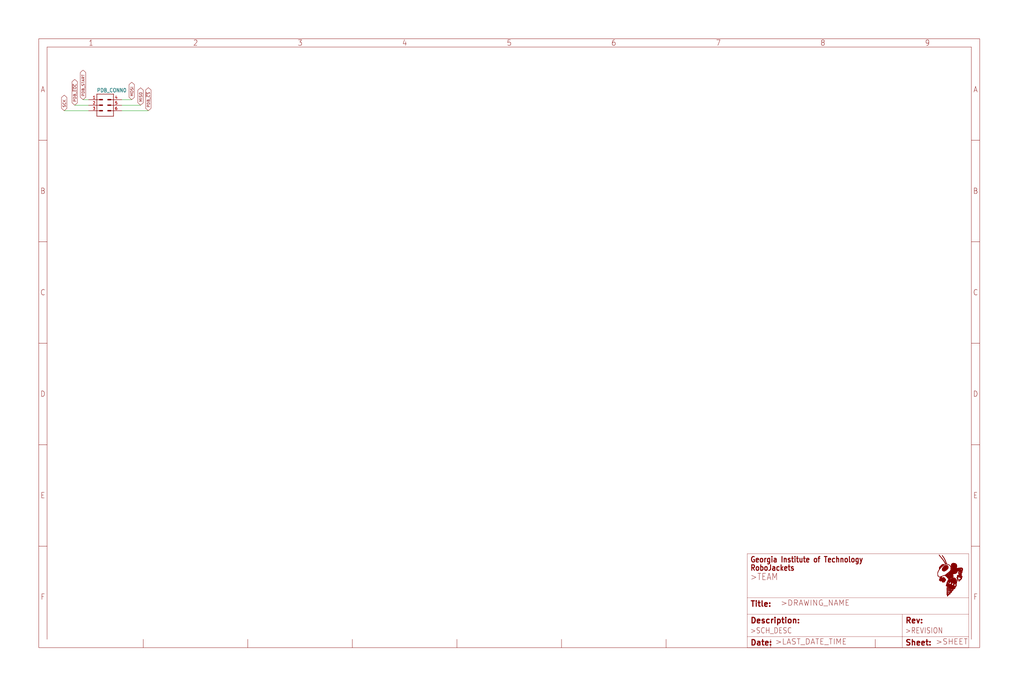
<source format=kicad_sch>
(kicad_sch (version 20211123) (generator eeschema)
  (paper "User" 469.9 318.516)
  (lib_symbols
    (symbol "rwTimmiCB-eagle-import:71600-006LF"
      (property "Reference" "J" (at -2.54 7.62 0))
      (property "Value" "71600-006LF" (at -2.54 -7.62 0))
      (symbol "71600-006LF_1_0"
        (pin passive line (at -7.62 2.54 0) (length 5.08) (name "6") (number "1"))
        (pin passive line (at -7.62 0 0) (length 5.08) (name "4") (number "2"))
        (pin passive line (at -7.62 -2.54 0) (length 5.08) (name "2") (number "3"))
        (pin passive line (at 7.62 2.54 180) (length 5.08) (name "5") (number "4"))
        (pin passive line (at 7.62 0 180) (length 5.08) (name "3") (number "5"))
        (pin passive line (at 7.62 -2.54 180) (length 5.08) (name "1") (number "6"))
      )
    )
    (symbol "rwTimmiCB-eagle-import:FRAME_B_L"
      (symbol "FRAME_B_L_1_0"
        (text "1" (at 23.9889 277.495 0) (effects (font (size 2.54 2.286))))
        (text "2" (at 71.9667 277.495 0) (effects (font (size 2.54 2.286))))
        (text "3" (at 119.9444 277.495 0) (effects (font (size 2.54 2.286))))
        (text "4" (at 167.9222 277.495 0) (effects (font (size 2.54 2.286))))
        (text "5" (at 215.9 277.495 0) (effects (font (size 2.54 2.286))))
        (text "6" (at 263.8778 277.495 0) (effects (font (size 2.54 2.286))))
        (text "7" (at 311.8556 277.495 0) (effects (font (size 2.54 2.286))))
        (text "8" (at 359.8333 277.495 0) (effects (font (size 2.54 2.286))))
        (text "9" (at 407.8111 277.495 0) (effects (font (size 2.54 2.286))))
        (text "A" (at 1.905 256.1167 0) (effects (font (size 2.54 2.286))))
        (text "A" (at 429.895 256.1167 0) (effects (font (size 2.54 2.286))))
        (text "B" (at 1.905 209.55 0) (effects (font (size 2.54 2.286))))
        (text "B" (at 429.895 209.55 0) (effects (font (size 2.54 2.286))))
        (text "C" (at 1.905 162.9833 0) (effects (font (size 2.54 2.286))))
        (text "C" (at 429.895 162.9833 0) (effects (font (size 2.54 2.286))))
        (text "D" (at 1.905 116.4167 0) (effects (font (size 2.54 2.286))))
        (text "D" (at 429.895 116.4167 0) (effects (font (size 2.54 2.286))))
        (text "E" (at 1.905 69.85 0) (effects (font (size 2.54 2.286))))
        (text "E" (at 429.895 69.85 0) (effects (font (size 2.54 2.286))))
        (text "F" (at 1.905 23.2833 0) (effects (font (size 2.54 2.286))))
        (text "F" (at 429.895 23.2833 0) (effects (font (size 2.54 2.286))))
      )
      (symbol "FRAME_B_L_2_0"
        (text ">DRAWING_NAME" (at 15.24 19.05 0) (effects (font (size 2.54 2.54)) (justify left bottom)))
        (text ">LAST_DATE_TIME" (at 12.7 1.27 0) (effects (font (size 2.54 2.54)) (justify left bottom)))
        (text ">REVISION" (at 72.39 6.35 0) (effects (font (size 2.54 2.159)) (justify left bottom)))
        (text ">SCH_DESC" (at 1.27 6.35 0) (effects (font (size 2.54 2.159)) (justify left bottom)))
        (text ">SHEET" (at 86.36 1.27 0) (effects (font (size 2.54 2.54)) (justify left bottom)))
        (text ">TEAM" (at 1.27 34.29 0) (effects (font (size 3.048 2.5908)) (justify left top)))
        (text "Date:" (at 1.27 3.81 0) (effects (font (size 2.54 2.54) (thickness 0.508) bold) (justify left top)))
        (text "Description:" (at 1.27 13.97 0) (effects (font (size 2.54 2.54) (thickness 0.508) bold) (justify left top)))
        (text "Georgia Institute of Technology" (at 1.27 41.91 0) (effects (font (size 2.54 2.159) (thickness 0.4318) bold) (justify left top)))
        (text "Rev:" (at 72.39 13.97 0) (effects (font (size 2.54 2.54) (thickness 0.508) bold) (justify left top)))
        (text "RoboJackets" (at 1.27 38.1 0) (effects (font (size 2.54 2.159) (thickness 0.4318) bold) (justify left top)))
        (text "Sheet:" (at 72.39 3.81 0) (effects (font (size 2.54 2.54) (thickness 0.508) bold) (justify left top)))
        (text "Title:" (at 1.27 21.59 0) (effects (font (size 2.54 2.54) (thickness 0.508) bold) (justify left top)))
      )
    )
  )
  (wire (pts (xy 55.88 50.8) (xy 68.072 50.8)))
  (wire (pts (xy 34.29 48.26) (xy 40.64 48.26)))
  (wire (pts (xy 40.64 45.72) (xy 38.1 45.72)))
  (wire (pts (xy 40.64 50.8) (xy 29.464 50.8)))
  (wire (pts (xy 55.88 48.26) (xy 64.516 48.26)))
  (wire (pts (xy 55.88 45.72) (xy 60.452 45.72)))
  (global_label "PDB_~{EOC}" (shape bidirectional) (at 34.29 48.26 90) (effects (font (size 1.2446 1.2446))) (property "Intersheet References" "${INTERSHEET_REFS}" (effects hide)))
  (global_label "PDB_~{CS}" (shape bidirectional) (at 68.072 50.8 90) (effects (font (size 1.2446 1.2446))) (property "Intersheet References" "${INTERSHEET_REFS}" (effects hide)))
  (global_label "SCK" (shape bidirectional) (at 29.464 50.8 90) (effects (font (size 1.2446 1.2446))) (property "Intersheet References" "${INTERSHEET_REFS}" (effects hide)))
  (global_label "MISO" (shape bidirectional) (at 64.516 48.26 90) (effects (font (size 1.2446 1.2446))) (property "Intersheet References" "${INTERSHEET_REFS}" (effects hide)))
  (global_label "PDB_START" (shape bidirectional) (at 38.1 45.72 90) (effects (font (size 1.2446 1.2446))) (property "Intersheet References" "${INTERSHEET_REFS}" (effects hide)))
  (global_label "MOSI" (shape bidirectional) (at 60.452 45.72 90) (effects (font (size 1.2446 1.2446))) (property "Intersheet References" "${INTERSHEET_REFS}" (effects hide)))
  (symbol (lib_id "rwTimmiCB-eagle-import:71600-006LF") (at 48.26 48.26 0) (unit 1)
    (property "Reference" "PDB_CONN0" (at 44.45 42.418 0) (effects (font (size 1.778 1.5113)) (justify left bottom)))
  )
  (symbol (lib_id "rwTimmiCB-eagle-import:FRAME_B_L") (at 17.78 297.18 0) (unit 1)
    (property "Reference" "#FRAME2" (effects hide))
  )
  (symbol (lib_id "rwTimmiCB-eagle-import:FRAME_B_L") (at 342.9 297.18 0) (unit 2)
    (property "Reference" "#FRAME2" (effects hide))
  )
)
</source>
